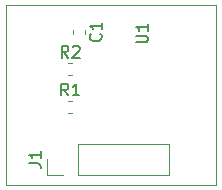
<source format=gbr>
G04 #@! TF.GenerationSoftware,KiCad,Pcbnew,(5.1.4)-1*
G04 #@! TF.CreationDate,2020-05-14T15:58:35+02:00*
G04 #@! TF.ProjectId,sts21,73747332-312e-46b6-9963-61645f706362,rev?*
G04 #@! TF.SameCoordinates,Original*
G04 #@! TF.FileFunction,Legend,Top*
G04 #@! TF.FilePolarity,Positive*
%FSLAX46Y46*%
G04 Gerber Fmt 4.6, Leading zero omitted, Abs format (unit mm)*
G04 Created by KiCad (PCBNEW (5.1.4)-1) date 2020-05-14 15:58:35*
%MOMM*%
%LPD*%
G04 APERTURE LIST*
%ADD10C,0.100000*%
%ADD11C,0.120000*%
%ADD12C,0.150000*%
G04 APERTURE END LIST*
D10*
X122047000Y-92710000D02*
X122047000Y-77470000D01*
X139827000Y-92710000D02*
X122047000Y-92710000D01*
X139827000Y-77470000D02*
X139827000Y-92710000D01*
X122047000Y-77470000D02*
X139827000Y-77470000D01*
D11*
X127345221Y-83415500D02*
X127670779Y-83415500D01*
X127345221Y-82395500D02*
X127670779Y-82395500D01*
X127319721Y-86616000D02*
X127645279Y-86616000D01*
X127319721Y-85596000D02*
X127645279Y-85596000D01*
X125543000Y-91881000D02*
X125543000Y-90551000D01*
X126873000Y-91881000D02*
X125543000Y-91881000D01*
X128143000Y-91881000D02*
X128143000Y-89221000D01*
X128143000Y-89221000D02*
X135823000Y-89221000D01*
X128143000Y-91881000D02*
X135823000Y-91881000D01*
X135823000Y-91881000D02*
X135823000Y-89221000D01*
X127760000Y-79593221D02*
X127760000Y-79918779D01*
X128780000Y-79593221D02*
X128780000Y-79918779D01*
D12*
X133056380Y-80644904D02*
X133865904Y-80644904D01*
X133961142Y-80597285D01*
X134008761Y-80549666D01*
X134056380Y-80454428D01*
X134056380Y-80263952D01*
X134008761Y-80168714D01*
X133961142Y-80121095D01*
X133865904Y-80073476D01*
X133056380Y-80073476D01*
X134056380Y-79073476D02*
X134056380Y-79644904D01*
X134056380Y-79359190D02*
X133056380Y-79359190D01*
X133199238Y-79454428D01*
X133294476Y-79549666D01*
X133342095Y-79644904D01*
X127341333Y-81927880D02*
X127008000Y-81451690D01*
X126769904Y-81927880D02*
X126769904Y-80927880D01*
X127150857Y-80927880D01*
X127246095Y-80975500D01*
X127293714Y-81023119D01*
X127341333Y-81118357D01*
X127341333Y-81261214D01*
X127293714Y-81356452D01*
X127246095Y-81404071D01*
X127150857Y-81451690D01*
X126769904Y-81451690D01*
X127722285Y-81023119D02*
X127769904Y-80975500D01*
X127865142Y-80927880D01*
X128103238Y-80927880D01*
X128198476Y-80975500D01*
X128246095Y-81023119D01*
X128293714Y-81118357D01*
X128293714Y-81213595D01*
X128246095Y-81356452D01*
X127674666Y-81927880D01*
X128293714Y-81927880D01*
X127315833Y-85128380D02*
X126982500Y-84652190D01*
X126744404Y-85128380D02*
X126744404Y-84128380D01*
X127125357Y-84128380D01*
X127220595Y-84176000D01*
X127268214Y-84223619D01*
X127315833Y-84318857D01*
X127315833Y-84461714D01*
X127268214Y-84556952D01*
X127220595Y-84604571D01*
X127125357Y-84652190D01*
X126744404Y-84652190D01*
X128268214Y-85128380D02*
X127696785Y-85128380D01*
X127982500Y-85128380D02*
X127982500Y-84128380D01*
X127887261Y-84271238D01*
X127792023Y-84366476D01*
X127696785Y-84414095D01*
X123995380Y-90884333D02*
X124709666Y-90884333D01*
X124852523Y-90931952D01*
X124947761Y-91027190D01*
X124995380Y-91170047D01*
X124995380Y-91265285D01*
X124995380Y-89884333D02*
X124995380Y-90455761D01*
X124995380Y-90170047D02*
X123995380Y-90170047D01*
X124138238Y-90265285D01*
X124233476Y-90360523D01*
X124281095Y-90455761D01*
X130057142Y-79922666D02*
X130104761Y-79970285D01*
X130152380Y-80113142D01*
X130152380Y-80208380D01*
X130104761Y-80351238D01*
X130009523Y-80446476D01*
X129914285Y-80494095D01*
X129723809Y-80541714D01*
X129580952Y-80541714D01*
X129390476Y-80494095D01*
X129295238Y-80446476D01*
X129200000Y-80351238D01*
X129152380Y-80208380D01*
X129152380Y-80113142D01*
X129200000Y-79970285D01*
X129247619Y-79922666D01*
X130152380Y-78970285D02*
X130152380Y-79541714D01*
X130152380Y-79256000D02*
X129152380Y-79256000D01*
X129295238Y-79351238D01*
X129390476Y-79446476D01*
X129438095Y-79541714D01*
M02*

</source>
